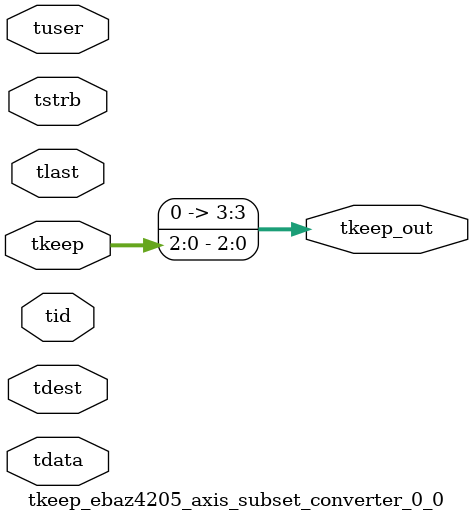
<source format=v>


`timescale 1ps/1ps

module tkeep_ebaz4205_axis_subset_converter_0_0 #
(
parameter C_S_AXIS_TDATA_WIDTH = 32,
parameter C_S_AXIS_TUSER_WIDTH = 0,
parameter C_S_AXIS_TID_WIDTH   = 0,
parameter C_S_AXIS_TDEST_WIDTH = 0,
parameter C_M_AXIS_TDATA_WIDTH = 32
)
(
input  [(C_S_AXIS_TDATA_WIDTH == 0 ? 1 : C_S_AXIS_TDATA_WIDTH)-1:0     ] tdata,
input  [(C_S_AXIS_TUSER_WIDTH == 0 ? 1 : C_S_AXIS_TUSER_WIDTH)-1:0     ] tuser,
input  [(C_S_AXIS_TID_WIDTH   == 0 ? 1 : C_S_AXIS_TID_WIDTH)-1:0       ] tid,
input  [(C_S_AXIS_TDEST_WIDTH == 0 ? 1 : C_S_AXIS_TDEST_WIDTH)-1:0     ] tdest,
input  [(C_S_AXIS_TDATA_WIDTH/8)-1:0 ] tkeep,
input  [(C_S_AXIS_TDATA_WIDTH/8)-1:0 ] tstrb,
input                                                                    tlast,
output [(C_M_AXIS_TDATA_WIDTH/8)-1:0 ] tkeep_out
);

assign tkeep_out = {tkeep[2:0]};

endmodule


</source>
